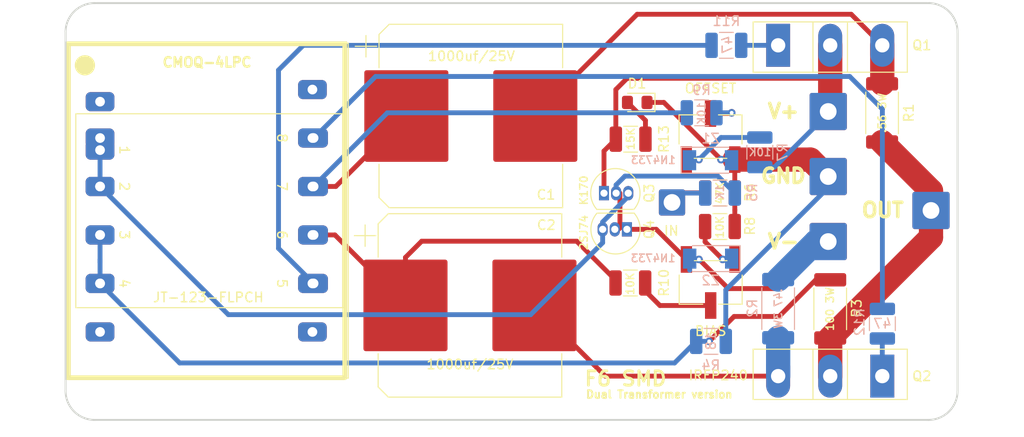
<source format=kicad_pcb>
(kicad_pcb (version 20211014) (generator pcbnew)
  (layers (0 "F.Cu" signal) (31 "B.Cu" signal) (34 "B.Paste" user) (35 "F.Paste" user) (36 "B.SilkS" user "B.Silkscreen") (37 "F.SilkS" user "F.Silkscreen") (38 "B.Mask" user) (39 "F.Mask" user) (44 "Edge.Cuts" user))
  (net 0 "")
  (net 1 "Net-(+23V1-Pad1)")
  (net 2 "Net-(-23V1-Pad1)")
  (net 3 "7")
  (net 4 "Net-(C1-Pad2)")
  (net 5 "6")
  (net 6 "Net-(C2-Pad2)")
  (net 7 "GND")
  (net 8 "Net-(D1-Pad2)")
  (net 9 "Net-(OUT1-Pad1)")
  (net 10 "Net-(P1-Pad1)")
  (net 11 "Net-(P1-Pad2)")
  (net 12 "Net-(P2-Pad1)")
  (net 13 "Net-(P2-Pad2)")
  (net 14 "Net-(Q1-Pad1)")
  (net 15 "Net-(Q2-Pad1)")
  (net 16 "Net-(Q3-Pad2)")
  (net 17 "/1")
  (net 18 "Net-(R3-Pad1)")
  (net 19 "Net-(R5-Pad1)")
  (net 20 "5")
  (net 21 "8")
  (footprint "Connector_Wire:SolderWire-1sqmm_1x01_D1.4mm_OD3.9mm" (layer "F.Cu") (at 155.13 108.52 180)
    (fp_text reference "V+" (at 4.697473 0.03) (layer "F.SilkS") (effects (font (size 1.5 1.5) (thickness 0.375))))
    (fp_text value "+23V")
    (pad "1" thru_hole roundrect locked (at 0 0 180) (size 3.9 3.9) (drill 1.75) (layers *.Cu *.Mask) (roundrect_rratio 0.064103) (net 1 "Net-(+23V1-Pad1)"))
  )
  (footprint "Connector_Wire:SolderWire-1sqmm_1x01_D1.4mm_OD3.9mm" (layer "F.Cu") (at 165.889362 118.89 180)
    (fp_text reference "OUT" (at 5.053518 0.03) (layer "F.SilkS") (effects (font (size 1.5 1.5) (thickness 0.375))))
    (fp_text value "OUT")
    (pad "1" thru_hole roundrect locked (at 0 0 180) (size 3.9 3.9) (drill 1.75) (layers *.Cu *.Mask) (roundrect_rratio 0.064103) (net 9 "Net-(OUT1-Pad1)"))
  )
  (footprint "Potentiometer_SMD:Potentiometer_Bourns_3269W_Vertical" (layer "F.Cu") (at 142.810962 111.145391 180)
    (fp_text reference "OFFSET" (at 0.000962 5.045391) (layer "F.SilkS"))
    (fp_text value "R_Potentiometer_US")
    (fp_line (start -3.295 -0.779) (end -3.295 2.275) (layer "F.SilkS") (width 0.12))
    (fp_line (start -3.295 2.275) (end -0.835 2.275) (layer "F.SilkS") (width 0.12))
    (fp_line (start -1.705 -2.285) (end 1.705 -2.285) (layer "F.SilkS") (width 0.12))
    (fp_line (start 0.835 2.275) (end 3.295 2.275) (layer "F.SilkS") (width 0.12))
    (fp_line (start 3.295 -0.779) (end 3.295 2.275) (layer "F.SilkS") (width 0.12))
    (pad "1" smd rect locked (at 2.54 -2.415 180) (size 1.19 2.79) (layers "F.Cu" "F.Paste" "F.Mask") (net 10 "Net-(P1-Pad1)"))
    (pad "2" smd rect locked (at 0 2.415 180) (size 1.19 2.79) (layers "F.Cu" "F.Paste" "F.Mask") (net 11 "Net-(P1-Pad2)"))
    (pad "3" smd rect locked (at -2.54 -2.415 180) (size 1.19 2.79) (layers "F.Cu" "F.Paste" "F.Mask") (net 7 "GND"))
  )
  (footprint "Package_TO_SOT_THT:TO-247-3_Vertical" (layer "F.Cu") (at 160.79 136.25 180)
    (fp_text reference "Q2" (at -4.137811 -0.01 180) (layer "F.SilkS"))
    (fp_text value "IRFP240" (at 17.17 0.08) (layer "F.SilkS"))
    (fp_line (start 7.255 -2.451) (end 7.255 2.82) (layer "F.SilkS") (width 0.12))
    (fp_line (start 13.52 -2.451) (end 13.52 2.82) (layer "F.SilkS") (width 0.12))
    (fp_line (start 3.646 -2.451) (end 3.646 2.82) (layer "F.SilkS") (width 0.12))
    (fp_line (start -2.62 -2.451) (end -2.62 2.82) (layer "F.SilkS") (width 0.12))
    (fp_line (start -2.62 -2.451) (end 13.52 -2.451) (layer "F.SilkS") (width 0.12))
    (fp_line (start -2.62 2.82) (end 13.52 2.82) (layer "F.SilkS") (width 0.12))
    (pad "1" thru_hole rect locked (at 0 0 180) (size 2.5 4.5) (drill 1.5) (layers *.Cu *.Mask) (net 15 "Net-(Q2-Pad1)"))
    (pad "2" thru_hole oval locked (at 5.45 0 180) (size 2.5 4.5) (drill 1.5) (layers *.Cu *.Mask) (net 9 "Net-(OUT1-Pad1)"))
    (pad "3" thru_hole oval locked (at 10.9 0 180) (size 2.5 4.5) (drill 1.5) (layers *.Cu *.Mask) (net 6 "Net-(C2-Pad2)"))
  )
  (footprint "Custom Library:JT-123-FLPCH" (layer "F.Cu") (at 90.34 118.91625 -90)
    (fp_text reference "T1" hide)
    (fp_text value "JT-123-FLPCH")
    (fp_text user "2" (at -2.54 8.89 -90 unlocked) (layer "F.SilkS"))
    (fp_text user "JT-123-FLPCH" (at 9.081076 0.09 unlocked) (layer "F.SilkS"))
    (fp_text user "5" (at 7.62 -7.62 -90 unlocked) (layer "F.SilkS"))
    (fp_text user "6" (at 2.54 -7.62 -90 unlocked) (layer "F.SilkS"))
    (fp_text user "1" (at -6.35 8.89 -90 unlocked) (layer "F.SilkS"))
    (fp_text user "8" (at -7.62 -7.62 -90 unlocked) (layer "F.SilkS"))
    (fp_text user "7" (at -2.54 -7.62 -90 unlocked) (layer "F.SilkS"))
    (fp_text user "4" (at 7.62 8.89 -90 unlocked) (layer "F.SilkS"))
    (fp_text user "3" (at 2.54 8.89 -90 unlocked) (layer "F.SilkS"))
    (fp_rect (start -17.55 14.55) (end 17.55 -14.55) (layer "F.SilkS") (width 0.12) (fill none))
    (fp_rect (start 10.16 13.97) (end -10.16 -13.97) (layer "F.SilkS") (width 0.12) (fill none))
    (pad "1" thru_hole roundrect locked (at -6.35 11.43 270) (size 2 3) (drill 1.016) (layers *.Cu *.Mask) (net 17 "/1"))
    (pad "2" thru_hole roundrect locked (at -2.54 11.43 270) (size 2 3) (drill 1.016) (layers *.Cu *.Mask) (net 17 "/1"))
    (pad "3" thru_hole roundrect locked (at 2.54 11.43 270) (size 2 3) (drill 1.016) (layers *.Cu *.Mask) (net 18 "Net-(R3-Pad1)"))
    (pad "4" thru_hole roundrect locked (at 7.62 11.43 270) (size 2 3) (drill 1.016) (layers *.Cu *.Mask) (net 18 "Net-(R3-Pad1)"))
    (pad "5" thru_hole roundrect locked (at 7.62 -10.922 270) (size 2 3) (drill 1.016) (layers *.Cu *.Mask) (net 20 "5"))
    (pad "6" thru_hole roundrect locked (at 2.54 -10.922 270) (size 2 3) (drill 1.016) (layers *.Cu *.Mask) (net 5 "6"))
    (pad "7" thru_hole roundrect locked (at -2.54 -10.922 270) (size 2 3) (drill 1.016) (layers *.Cu *.Mask) (net 3 "7"))
    (pad "8" thru_hole roundrect locked (at -7.62 -10.922 270) (size 2 3) (drill 1.016) (layers *.Cu *.Mask) (net 21 "8"))
  )
  (footprint "Connector_Wire:SolderWire-1sqmm_1x01_D1.4mm_OD3.9mm" (layer "F.Cu") (at 155.13 122.15 180)
    (fp_text reference "V-" (at 4.697473 0.01) (layer "F.SilkS") (effects (font (size 1.5 1.5) (thickness 0.375))))
    (fp_text value "-23V")
    (pad "1" thru_hole roundrect locked (at 0 0 180) (size 3.9 3.9) (drill 1.75) (layers *.Cu *.Mask) (roundrect_rratio 0.064103) (net 2 "Net-(-23V1-Pad1)"))
  )
  (footprint "Connector_Wire:SolderWire-1sqmm_1x01_D1.4mm_OD2.7mm" (layer "F.Cu") (at 138.78 118.05 180)
    (fp_text reference "IN" (at 0.068046 -2.980974) (layer "F.SilkS"))
    (fp_text value "SG IN")
    (pad "1" thru_hole roundrect locked (at 0 0 180) (size 2.75 2.75) (drill 1.75) (layers *.Cu *.Mask) (roundrect_rratio 0.090909) (net 19 "Net-(R5-Pad1)"))
  )
  (footprint "MountingHole:MountingHole_2.2mm_M2" (layer "F.Cu") (at 166.15 138.627795)
    (fp_text reference "REF**" hide)
    (fp_text value "MountingHole_2.2mm_M2")
    (pad "" np_thru_hole circle locked (at 0 0) (size 2.2 2.2) (drill 2.2) (layers *.Cu *.Mask))
  )
  (footprint "LED_SMD:LED_0805_2012Metric_Pad1.15x1.40mm_HandSolder" (layer "F.Cu") (at 135.138769 107.57 180)
    (fp_text reference "D1" (at 0.018391 1.976) (layer "F.SilkS"))
    (fp_text value "LED")
    (fp_line (start 1 -0.96) (end -1.86 -0.96) (layer "F.SilkS") (width 0.12))
    (fp_line (start -1.86 -0.96) (end -1.86 0.96) (layer "F.SilkS") (width 0.12))
    (fp_line (start -1.86 0.96) (end 1 0.96) (layer "F.SilkS") (width 0.12))
    (pad "1" smd roundrect locked (at -1.025 0 180) (size 1.15 1.4) (layers "F.Cu" "F.Paste" "F.Mask") (roundrect_rratio 0.217391) (net 7 "GND"))
    (pad "2" smd roundrect locked (at 1.025 0 180) (size 1.15 1.4) (layers "F.Cu" "F.Paste" "F.Mask") (roundrect_rratio 0.217391) (net 8 "Net-(D1-Pad2)"))
  )
  (footprint "MountingHole:MountingHole_2.2mm_M2" (layer "F.Cu") (at 77.918758 99.31)
    (fp_text reference "REF**" hide)
    (fp_text value "MountingHole_2.2mm_M2")
    (pad "" np_thru_hole circle locked (at 0 0) (size 2.2 2.2) (drill 2.2) (layers *.Cu *.Mask))
  )
  (footprint "Resistor_SMD:R_1210_3225Metric_Pad1.30x2.65mm_HandSolder" (layer "F.Cu") (at 143.793909 120.577109)
    (fp_text reference "R8" (at 3.149728 -0.047109 90) (layer "F.SilkS"))
    (fp_text value "10K" (at -0.003909 0.07369 90) (layer "F.SilkS") (effects (font (size 0.8 0.8))))
    (fp_line (start -0.723737 1.355) (end 0.723737 1.355) (layer "F.SilkS") (width 0.12))
    (fp_line (start -0.723737 -1.355) (end 0.723737 -1.355) (layer "F.SilkS") (width 0.12))
    (pad "1" smd roundrect locked (at -1.55 0) (size 1.3 2.65) (layers "F.Cu" "F.Paste" "F.Mask") (roundrect_rratio 0.192308) (net 12 "Net-(P2-Pad1)"))
    (pad "2" smd roundrect locked (at 1.55 0) (size 1.3 2.65) (layers "F.Cu" "F.Paste" "F.Mask") (roundrect_rratio 0.192308) (net 7 "GND"))
  )
  (footprint "MountingHole:MountingHole_2.2mm_M2" (layer "F.Cu") (at 166.15 99.33)
    (fp_text reference "REF**" hide)
    (fp_text value "MountingHole_2.2mm_M2")
    (pad "" np_thru_hole circle locked (at 0 0) (size 2.2 2.2) (drill 2.2) (layers *.Cu *.Mask))
  )
  (footprint "Resistor_SMD:R_1210_3225Metric_Pad1.30x2.65mm_HandSolder" (layer "F.Cu") (at 143.803909 117.047109 180)
    (fp_text reference "R6" (at -3.139728 0.037109 270) (layer "F.SilkS"))
    (fp_text value "47K" (at 0 -0.01743 90) (layer "F.SilkS") (effects (font (size 0.8 0.8))))
    (fp_line (start -0.723737 -1.355) (end 0.723737 -1.355) (layer "F.SilkS") (width 0.12))
    (fp_line (start -0.723737 1.355) (end 0.723737 1.355) (layer "F.SilkS") (width 0.12))
    (pad "1" smd roundrect locked (at -1.55 0 180) (size 1.3 2.65) (layers "F.Cu" "F.Paste" "F.Mask") (roundrect_rratio 0.192308) (net 7 "GND"))
    (pad "2" smd roundrect locked (at 1.55 0 180) (size 1.3 2.65) (layers "F.Cu" "F.Paste" "F.Mask") (roundrect_rratio 0.192308) (net 19 "Net-(R5-Pad1)"))
  )
  (footprint "Potentiometer_SMD:Potentiometer_Bourns_3269W_Vertical" (layer "F.Cu") (at 142.828412 126.437109)
    (fp_text reference "BIAS" (at 0.001588 5.082891) (layer "F.SilkS"))
    (fp_text value "R_Potentiometer_US")
    (fp_line (start 3.295 -0.779) (end 3.295 2.275) (layer "F.SilkS") (width 0.12))
    (fp_line (start -3.295 -0.779) (end -3.295 2.275) (layer "F.SilkS") (width 0.12))
    (fp_line (start -3.295 2.275) (end -0.835 2.275) (layer "F.SilkS") (width 0.12))
    (fp_line (start 0.835 2.275) (end 3.295 2.275) (layer "F.SilkS") (width 0.12))
    (fp_line (start -1.705 -2.285) (end 1.705 -2.285) (layer "F.SilkS") (width 0.12))
    (pad "1" smd rect locked (at 2.54 -2.415) (size 1.19 2.79) (layers "F.Cu" "F.Paste" "F.Mask") (net 12 "Net-(P2-Pad1)"))
    (pad "2" smd rect locked (at 0 2.415) (size 1.19 2.79) (layers "F.Cu" "F.Paste" "F.Mask") (net 13 "Net-(P2-Pad2)"))
    (pad "3" smd rect locked (at -2.54 -2.415) (size 1.19 2.79) (layers "F.Cu" "F.Paste" "F.Mask") (net 2 "Net-(-23V1-Pad1)"))
  )
  (footprint "Capacitor_SMD:CP_Elec_18x17.5" (layer "F.Cu") (at 117.72 108.9925)
    (fp_text reference "C1" (at 7.8725 8.25) (layer "F.SilkS"))
    (fp_text value "1000uf/25V" (at 0.0625 -6.27) (layer "F.SilkS"))
    (fp_line (start -9.61 8.545563) (end -8.545563 9.61) (layer "F.SilkS") (width 0.12))
    (fp_line (start -8.545563 9.61) (end 9.61 9.61) (layer "F.SilkS") (width 0.12))
    (fp_line (start -10.975 -8.435) (end -10.975 -6.185) (layer "F.SilkS") (width 0.12))
    (fp_line (start -9.61 -8.545563) (end -8.545563 -9.61) (layer "F.SilkS") (width 0.12))
    (fp_line (start 9.61 -9.61) (end 9.61 -5.06) (layer "F.SilkS") (width 0.12))
    (fp_line (start -9.61 8.545563) (end -9.61 5.06) (layer "F.SilkS") (width 0.12))
    (fp_line (start -8.545563 -9.61) (end 9.61 -9.61) (layer "F.SilkS") (width 0.12))
    (fp_line (start -9.61 -8.545563) (end -9.61 -5.06) (layer "F.SilkS") (width 0.12))
    (fp_line (start 9.61 9.61) (end 9.61 5.06) (layer "F.SilkS") (width 0.12))
    (fp_line (start -12.1 -7.31) (end -9.85 -7.31) (layer "F.SilkS") (width 0.12))
    (pad "1" smd roundrect locked (at -6.75 0) (size 8.8 9.6) (layers "F.Cu" "F.Paste" "F.Mask") (roundrect_rratio 0.028409) (net 3 "7"))
    (pad "2" smd roundrect locked (at 6.75 0) (size 8.8 9.6) (layers "F.Cu" "F.Paste" "F.Mask") (roundrect_rratio 0.028409) (net 4 "Net-(C1-Pad2)"))
  )
  (footprint "Package_TO_SOT_THT:TO-92L_Inline" (layer "F.Cu") (at 134.06 120.869217 180)
    (fp_text reference "Q4" (at -2.34 -0.010783 90) (layer "F.SilkS"))
    (fp_text value "2SJ74" (at 4.51 -0.335712 90) (layer "F.SilkS") (effects (font (size 0.8 0.8))))
    (fp_line (start -0.75 1.7) (end 3.1 1.7) (layer "F.SilkS") (width 0.12))
    (fp_arc (start -0.75 1.7) (mid 1.183448 -2.579449) (end 3.138611 1.690122) (layer "F.SilkS") (width 0.12))
    (pad "1" thru_hole rect locked (at 0 0 180) (size 1.05 1.5) (drill 0.75) (layers *.Cu *.Mask) (net 2 "Net-(-23V1-Pad1)"))
    (pad "2" thru_hole oval locked (at 1.27 0 180) (size 1.05 1.5) (drill 0.75) (layers *.Cu *.Mask) (net 16 "Net-(Q3-Pad2)"))
    (pad "3" thru_hole oval locked (at 2.54 0 180) (size 1.05 1.5) (drill 0.75) (layers *.Cu *.Mask) (net 17 "/1"))
  )
  (footprint "Package_TO_SOT_THT:TO-92L_Inline" (layer "F.Cu") (at 131.66 117.079217)
    (fp_text reference "Q3" (at 4.74 0.000783 90) (layer "F.SilkS"))
    (fp_text value "K170" (at -2.11 -0.298213 90) (layer "F.SilkS") (effects (font (size 0.8 0.8))))
    (fp_line (start -0.75 1.7) (end 3.1 1.7) (layer "F.SilkS") (width 0.12))
    (fp_arc (start -0.75 1.7) (mid 1.183448 -2.579449) (end 3.138611 1.690122) (layer "F.SilkS") (width 0.12))
    (pad "1" thru_hole rect locked (at 0 0) (size 1.05 1.5) (drill 0.75) (layers *.Cu *.Mask) (net 1 "Net-(+23V1-Pad1)"))
    (pad "2" thru_hole oval locked (at 1.27 0) (size 1.05 1.5) (drill 0.75) (layers *.Cu *.Mask) (net 16 "Net-(Q3-Pad2)"))
    (pad "3" thru_hole oval locked (at 2.54 0) (size 1.05 1.5) (drill 0.75) (layers *.Cu *.Mask) (net 17 "/1"))
  )
  (footprint "MountingHole:MountingHole_2.2mm_M2" (layer "F.Cu") (at 77.918758 138.607795)
    (fp_text reference "REF**" hide)
    (fp_text value "MountingHole_2.2mm_M2")
    (pad "" np_thru_hole circle locked (at 0 0) (size 2.2 2.2) (drill 2.2) (layers *.Cu *.Mask))
  )
  (footprint "Resistor_SMD:R_2512_6332Metric_Pad1.40x3.35mm_HandSolder" (layer "F.Cu") (at 155.34 129.20625 -90)
    (fp_text reference "R3" (at -0.06625 -2.773251 90) (layer "F.SilkS"))
    (fp_text value "100 3W" (at 0 0.025162 90) (layer "F.SilkS") (effects (font (size 0.8 0.8))))
    (fp_line (start -2.177064 -1.71) (end 2.177064 -1.71) (layer "F.SilkS") (width 0.12))
    (fp_line (start -2.177064 1.71) (end 2.177064 1.71) (layer "F.SilkS") (width 0.12))
    (pad "1" smd roundrect locked (at -3.05 0 270) (size 1.4 3.35) (layers "F.Cu" "F.Paste" "F.Mask") (roundrect_rratio 0.178571) (net 18 "Net-(R3-Pad1)"))
    (pad "2" smd roundrect locked (at 3.05 0 270) (size 1.4 3.35) (layers "F.Cu" "F.Paste" "F.Mask") (roundrect_rratio 0.178571) (net 9 "Net-(OUT1-Pad1)"))
  )
  (footprint "Custom Library:Cinemag_CMOQ-4LPC" (layer "F.Cu") (at 90.025 118.92 -90)
    (fp_text reference "REF**" hide)
    (fp_text value "CMOQ-4LPC" hide)
    (fp_text user "CMOQ-4LPC" (at -15.55 -0.08 unlocked) (layer "F.SilkS") (effects (font (thickness 0.25))))
    (fp_rect (start -17.5 -14.5) (end 17.5 14.5) (layer "F.SilkS") (width 0.5) (fill none))
    (fp_circle (center -15.24 12.7) (end -14.24 12.7) (layer "F.SilkS") (width 0.12) (fill solid))
    (pad "1" thru_hole roundrect (at -11.43 11.115 270) (size 2 3) (drill 1.016) (layers *.Cu *.Mask))
    (pad "2" thru_hole roundrect (at -7.62 11.115 270) (size 2 3) (drill 1.016) (layers *.Cu *.Mask) (net 17 "/1"))
    (pad "3" thru_hole roundrect (at -2.54 11.115 270) (size 2 3) (drill 1.016) (layers *.Cu *.Mask) (net 17 "/1"))
    (pad "4" thru_hole roundrect (at 2.54 11.115 270) (size 2 3) (drill 1.016) (layers *.Cu *.Mask) (net 18 "Net-(R3-Pad1)"))
    (pad "5" thru_hole roundrect (at 7.62 11.115 270) (size 2 3) (drill 1.016) (layers *.Cu *.Mask) (net 18 "Net-(R3-Pad1)"))
    (pad "6" thru_hole roundrect (at 12.7 11.115 270) (size 2 3) (drill 1.016) (layers *.Cu *.Mask))
    (pad "7" thru_hole roundrect (at 12.7 -11.115 270) (size 2 3) (drill 1.016) (layers *.Cu *.Mask))
    (pad "8" thru_hole roundrect (at 7.62 -11.115 270) (size 2 3) (drill 1.016) (layers *.Cu *.Mask))
    (pad "9" thru_hole roundrect (at 2.54 -11.115 270) (size 2 3) (drill 1.016) (layers *.Cu *.Mask))
    (pad "10" thru_hole roundrect (at -2.54 -11.115 270) (size 2 3) (drill 1.016) (layers *.Cu *.Mask))
    (pad "11" thru_hole roundrect (at -7.62 -11.115 270) (size 2 3) (drill 1.016) (layers *.Cu *.Mask) (net 21 "8"))
    (pad "12" thru_hole roundrect (at -12.7 -11.115 270) (size 2 3) (drill 1.016) (layers *.Cu *.Mask))
  )
  (footprint "Resistor_SMD:R_1210_3225Metric_Pad1.30x2.65mm_HandSolder" (layer "F.Cu") (at 134.42 126.49107)
    (fp_text reference "R10" (at 3.51 -0.02107 90) (layer "F.SilkS"))
    (fp_text value "10K" (at -0.013909 0.080614 90) (layer "F.SilkS") (effects (font (size 0.8 0.8))))
    (fp_line (start -0.723737 -1.355) (end 0.723737 -1.355) (layer "F.SilkS") (width 0.12))
    (fp_line (start -0.723737 1.355) (end 0.723737 1.355) (layer "F.SilkS") (width 0.12))
    (pad "1" smd roundrect locked (at -1.55 0) (size 1.3 2.65) (layers "F.Cu" "F.Paste" "F.Mask") (roundrect_rratio 0.192308) (net 5 "6"))
    (pad "2" smd roundrect locked (at 1.55 0) (size 1.3 2.65) (layers "F.Cu" "F.Paste" "F.Mask") (roundrect_rratio 0.192308) (net 13 "Net-(P2-Pad2)"))
  )
  (footprint "Connector_Wire:SolderWire-1sqmm_1x01_D1.4mm_OD3.9mm" (layer "F.Cu") (at 155.13 115.335 180)
    (fp_text reference "GND" (at 4.697473 0.065) (layer "F.SilkS") (effects (font (size 1.5 1.5) (thickness 0.375))))
    (fp_text value "GND")
    (pad "1" thru_hole roundrect locked (at 0 0 180) (size 3.9 3.9) (drill 1.75) (layers *.Cu *.Mask) (roundrect_rratio 0.064103) (net 7 "GND"))
  )
  (footprint "Resistor_SMD:R_1210_3225Metric_Pad1.30x2.65mm_HandSolder" (layer "F.Cu") (at 134.45 111.42)
    (fp_text reference "R13" (at 3.48 -0.01 90) (layer "F.SilkS"))
    (fp_text value "15K" (at 0 -0.028405 90) (layer "F.SilkS") (effects (font (size 0.8 0.8))))
    (fp_line (start -0.723737 1.355) (end 0.723737 1.355) (layer "F.SilkS") (width 0.12))
    (fp_line (start -0.723737 -1.355) (end 0.723737 -1.355) (layer "F.SilkS") (width 0.12))
    (pad "1" smd roundrect locked (at -1.55 0) (size 1.3 2.65) (layers "F.Cu" "F.Paste" "F.Mask") (roundrect_rratio 0.192308) (net 1 "Net-(+23V1-Pad1)"))
    (pad "2" smd roundrect locked (at 1.55 0) (size 1.3 2.65) (layers "F.Cu" "F.Paste" "F.Mask") (roundrect_rratio 0.192308) (net 8 "Net-(D1-Pad2)"))
  )
  (footprint "Resistor_SMD:R_2512_6332Metric_Pad1.40x3.35mm_HandSolder" (layer "F.Cu") (at 160.77 108.66625 90)
    (fp_text reference "R1" (at 0 2.794 90) (layer "F.SilkS"))
    (fp_text value ".56 3W" (at 0 0.004523 90) (layer "F.SilkS") (effects (font (size 0.8 0.8))))
    (fp_line (start -2.177064 1.71) (end 2.177064 1.71) (layer "F.SilkS") (width 0.12))
    (fp_line (start -2.177064 -1.71) (end 2.177064 -1.71) (layer "F.SilkS") (width 0.12))
    (pad "1" smd roundrect locked (at -3.05 0 90) (size 1.4 3.35) (layers "F.Cu" "F.Paste" "F.Mask") (roundrect_rratio 0.178571) (net 9 "Net-(OUT1-Pad1)"))
    (pad "2" smd roundrect locked (at 3.05 0 90) (size 1.4 3.35) (layers "F.Cu" "F.Paste" "F.Mask") (roundrect_rratio 0.178571) (net 4 "Net-(C1-Pad2)"))
  )
  (footprint "Capacitor_SMD:CP_Elec_18x17.5" (layer "F.Cu") (at 117.63 128.84)
    (fp_text reference "C2" (at 7.99 -8.42) (layer "F.SilkS"))
    (fp_text value "1000uf/25V" (at 0 6.18) (layer "F.SilkS"))
    (fp_line (start -8.545563 -9.61) (end 9.61 -9.61) (layer "F.SilkS") (width 0.12))
    (fp_line (start -9.61 8.545563) (end -8.545563 9.61) (layer "F.SilkS") (width 0.12))
    (fp_line (start -8.545563 9.61) (end 9.61 9.61) (layer "F.SilkS") (width 0.12))
    (fp_line (start -9.61 -8.545563) (end -8.545563 -9.61) (layer "F.SilkS") (width 0.12))
    (fp_line (start -12.1 -7.31) (end -9.85 -7.31) (layer "F.SilkS") (width 0.12))
    (fp_line (start 9.61 9.61) (end 9.61 5.06) (layer "F.SilkS") (width 0.12))
    (fp_line (start -9.61 8.545563) (end -9.61 5.06) (layer "F.SilkS") (width 0.12))
    (fp_line (start -9.61 -8.545563) (end -9.61 -5.06) (layer "F.SilkS") (width 0.12))
    (fp_line (start 9.61 -9.61) (end 9.61 -5.06) (layer "F.SilkS") (width 0.12))
    (fp_line (start -10.975 -8.435) (end -10.975 -6.185) (layer "F.SilkS") (width 0.12))
    (pad "1" smd roundrect locked (at -6.75 0) (size 8.8 9.6) (layers "F.Cu" "F.Paste" "F.Mask") (roundrect_rratio 0.028409) (net 5 "6"))
    (pad "2" smd roundrect locked (at 6.75 0) (size 8.8 9.6) (layers "F.Cu" "F.Paste" "F.Mask") (roundrect_rratio 0.028409) (net 6 "Net-(C2-Pad2)"))
  )
  (footprint "Package_TO_SOT_THT:TO-247-3_Vertical" (layer "F.Cu") (at 149.89 101.5825)
    (fp_text reference "Q1" (at 15.037811 -0.0025 180) (layer "F.SilkS"))
    (fp_text value "IRFP240" hide)
    (fp_line (start -2.62 2.82) (end 13.52 2.82) (layer "F.SilkS") (width 0.12))
    (fp_line (start 13.52 -2.451) (end 13.52 2.82) (layer "F.SilkS") (width 0.12))
    (fp_line (start -2.62 -2.451) (end 13.52 -2.451) (layer "F.SilkS") (width 0.12))
    (fp_line (start -2.62 -2.451) (end -2.62 2.82) (layer "F.SilkS") (width 0.12))
    (fp_line (start 7.255 -2.451) (end 7.255 2.82) (layer "F.SilkS") (width 0.12))
    (fp_line (start 3.646 -2.451) (end 3.646 2.82) (layer "F.SilkS") (width 0.12))
    (pad "1" thru_hole rect locked (at 0 0) (size 2.5 4.5) (drill 1.5) (layers *.Cu *.Mask) (net 14 "Net-(Q1-Pad1)"))
    (pad "2" thru_hole oval locked (at 5.45 0) (size 2.5 4.5) (drill 1.5) (layers *.Cu *.Mask) (net 1 "Net-(+23V1-Pad1)"))
    (pad "3" thru_hole oval locked (at 10.9 0) (size 2.5 4.5) (drill 1.5) (layers *.Cu *.Mask) (net 4 "Net-(C1-Pad2)"))
  )
  (footprint "Resistor_SMD:R_1210_3225Metric_Pad1.30x2.65mm_HandSolder" (layer "B.Cu") (at 160.8 130.75625 90)
    (fp_text reference "R12" (at 0.164 -2.392 90) (layer "B.SilkS") (effects (justify mirror)))
    (fp_text value "47" (at 0.00625 0.013337 180) (layer "B.SilkS") (effects (justify mirror)))
    (fp_line (start -0.723737 1.355) (end 0.723737 1.355) (layer "B.SilkS") (width 0.12))
    (fp_line (start -0.723737 -1.355) (end 0.723737 -1.355) (layer "B.SilkS") (width 0.12))
    (pad "1" smd roundrect locked (at -1.55 0 90) (size 1.3 2.65) (layers "B.Cu" "B.Paste" "B.Mask") (roundrect_rratio 0.192308) (net 15 "Net-(Q2-Pad1)"))
    (pad "2" smd roundrect locked (at 1.55 0 90) (size 1.3 2.65) (layers "B.Cu" "B.Paste" "B.Mask") (roundrect_rratio 0.192308) (net 21 "8"))
  )
  (footprint "Resistor_SMD:R_1210_3225Metric_Pad1.30x2.65mm_HandSolder" (layer "B.Cu") (at 141.880962 108.655391 180)
    (fp_text reference "R9" (at 0.010962 2.381635) (layer "B.SilkS") (effects (justify mirror)))
    (fp_text value "10K" (at 0.010962 -0.079104 90) (layer "B.SilkS") (effects (font (size 0.8 0.8)) (justify mirror)))
    (fp_line (start -0.723737 -1.355) (end 0.723737 -1.355) (layer "B.SilkS") (width 0.12))
    (fp_line (start -0.723737 1.355) (end 0.723737 1.355) (layer "B.SilkS") (width 0.12))
    (pad "1" smd roundrect locked (at -1.55 0 180) (size 1.3 2.65) (layers "B.Cu" "B.Paste" "B.Mask") (roundrect_rratio 0.192308) (net 11 "Net-(P1-Pad2)"))
    (pad "2" smd roundrect locked (at 1.55 0 180) (size 1.3 2.65) (layers "B.Cu" "B.Paste" "B.Mask") (roundrect_rratio 0.192308) (net 3 "7"))
  )
  (footprint "Resistor_SMD:R_1210_3225Metric_Pad1.30x2.65mm_HandSolder" (layer "B.Cu") (at 143.803909 117.067109)
    (fp_text reference "R5" (at 3.376091 -0.047109 90) (layer "B.SilkS") (effects (justify mirror)))
    (fp_text value "1K" (at -0.003909 -0.08329 90) (layer "B.SilkS") (effects (font (size 0.8 0.8)) (justify mirror)))
    (fp_line (start -0.723737 1.355) (end 0.723737 1.355) (layer "B.SilkS") (width 0.12))
    (fp_line (start -0.723737 -1.355) (end 0.723737 -1.355) (layer "B.SilkS") (width 0.12))
    (pad "1" smd roundrect locked (at -1.55 0) (size 1.3 2.65) (layers "B.Cu" "B.Paste" "B.Mask") (roundrect_rratio 0.192308) (net 19 "Net-(R5-Pad1)"))
    (pad "2" smd roundrect locked (at 1.55 0) (size 1.3 2.65) (layers "B.Cu" "B.Paste" "B.Mask") (roundrect_rratio 0.192308) (net 16 "Net-(Q3-Pad2)"))
  )
  (footprint "Diode_SMD:D_SOD-128" (layer "B.Cu") (at 142.828412 123.937109 180)
    (fp_text reference "Z2" (at 0.008412 -2.282891) (layer "B.SilkS") (effects (justify mirror)))
    (fp_text value "1N4733" (at 6.025376 0.037109) (layer "B.SilkS") (effects (font (size 0.8 0.8)) (justify mirror)))
    (fp_line (start -3.08 1.36) (end -3.08 -1.36) (layer "B.SilkS") (width 0.12))
    (fp_line (start -3.08 -1.36) (end 1.9 -1.36) (layer "B.SilkS") (width 0.12))
    (fp_line (start -3.08 1.36) (end 1.9 1.36) (layer "B.SilkS") (width 0.12))
    (pad "1" smd rect locked (at -2.2 0 180) (size 1.4 2.1) (layers "B.Cu" "B.Paste" "B.Mask") (net 12 "Net-(P2-Pad1)"))
    (pad "2" smd rect locked (at 2.2 0 180) (size 1.4 2.1) (layers "B.Cu" "B.Paste" "B.Mask") (net 2 "Net-(-23V1-Pad1)"))
  )
  (footprint "Resistor_SMD:R_1210_3225Metric_Pad1.30x2.65mm_HandSolder" (layer "B.Cu") (at 142.86 132.61 180)
    (fp_text reference "R4" (at 0.01 -2.501649) (layer "B.SilkS") (effects (justify mirror)))
    (fp_text value "18" (at 0 0.030415 90) (layer "B.SilkS") (effects (justify mirror)))
    (fp_line (start -0.723737 1.355) (end 0.723737 1.355) (layer "B.SilkS") (width 0.12))
    (fp_line (start -0.723737 -1.355) (end 0.723737 -1.355) (layer "B.SilkS") (width 0.12))
    (pad "1" smd roundrect locked (at -1.55 0 180) (size 1.3 2.65) (layers "B.Cu" "B.Paste" "B.Mask") (roundrect_rratio 0.192308) (net 7 "GND"))
    (pad "2" smd roundrect locked (at 1.55 0 180) (size 1.3 2.65) (layers "B.Cu" "B.Paste" "B.Mask") (roundrect_rratio 0.192308) (net 18 "Net-(R3-Pad1)"))
  )
  (footprint "Resistor_SMD:R_1210_3225Metric_Pad1.30x2.65mm_HandSolder" (layer "B.Cu") (at 147.972747 112.795391 90)
    (fp_text reference "R7" (at 0.005391 2.373804 90) (layer "B.SilkS") (effects (justify mirror)))
    (fp_text value "10K" (at 0.005391 0.019305 180) (layer "B.SilkS") (effects (font (size 0.8 0.8)) (justify mirror)))
    (fp_line (start -0.723737 -1.355) (end 0.723737 -1.355) (layer "B.SilkS") (width 0.12))
    (fp_line (start -0.723737 1.355) (end 0.723737 1.355) (layer "B.SilkS") (width 0.12))
    (pad "1" smd roundrect locked (at -1.55 0 90) (size 1.3 2.65) (layers "B.Cu" "B.Paste" "B.Mask") (roundrect_rratio 0.192308) (net 1 "Net-(+23V1-Pad1)"))
    (pad "2" smd roundrect locked (at 1.55 0 90) (size 1.3 2.65) (layers "B.Cu" "B.Paste" "B.Mask") (roundrect_rratio 0.192308) (net 10 "Net-(P1-Pad1)"))
  )
  (footprint "Diode_SMD:D_SOD-128" (layer "B.Cu") (at 142.810962 113.625391)
    (fp_text reference "Z1" (at -0.000962 -2.275391) (layer "B.SilkS") (effects (justify mirror)))
    (fp_text value "1N4733" (at -5.993653 -0.015391) (layer "B.SilkS") (effects (font (size 0.8 0.8)) (justify mirror)))
    (fp_line (start -3.08 1.36) (end 1.9 1.36) (layer "B.SilkS") (width 0.12))
    (fp_line (start -3.08 1.36) (end -3.08 -1.36) (layer "B.SilkS") (width 0.12))
    (fp_line (start -3.08 -1.36) (end 1.9 -1.36) (layer "B.SilkS") (width 0.12))
    (pad "1" smd rect locked (at -2.2 0) (size 1.4 2.1) (layers "B.Cu" "B.Paste" "B.Mask") (net 10 "Net-(P1-Pad1)"))
    (pad "2" smd rect locked (at 2.2 0) (size 1.4 2.1) (layers "B.Cu" "B.Paste" "B.Mask") (net 7 "GND"))
  )
  (footprint "Resistor_SMD:R_1210_3225Metric_Pad1.30x2.65mm_HandSolder" (layer "B.Cu") (at 144.47 101.58625)
    (fp_text reference "R11" (at 0 -2.54) (layer "B.SilkS") (effects (justify mirror)))
    (fp_text value "47" (at 0.1 -0.06625 90) (layer "B.SilkS") (effects (justify mirror)))
    (fp_line (start -0.723737 1.355) (end 0.723737 1.355) (layer "B.SilkS") (width 0.12))
    (fp_line (start -0.723737 -1.355) (end 0.723737 -1.355) (layer "B.SilkS") (width 0.12))
    (pad "1" smd roundrect locked (at -1.55 0) (size 1.3 2.65) (layers "B.Cu" "B.Paste" "B.Mask") (roundrect_rratio 0.192308) (net 20 "5"))
    (pad "2" smd roundrect locked (at 1.55 0) (size 1.3 2.65) (layers "B.Cu" "B.Paste" "B.Mask") (roundrect_rratio 0.192308) (net 14 "Net-(Q1-Pad1)"))
  )
  (footprint "Resistor_SMD:R_2512_6332Metric_Pad1.40x3.35mm_HandSolder" (layer "B.Cu") (at 149.89 129.18 -90)
    (fp_text reference "R2" (at -0.05 2.701625 90) (layer "B.SilkS") (effects (justify mirror)))
    (fp_text value ".47 3W" (at 0 -0.016751 90) (layer "B.SilkS") (effects (font (size 0.8 0.8)) (justify mirror)))
    (fp_line (start -2.177064 1.71) (end 2.177064 1.71) (layer "B.SilkS") (width 0.12))
    (fp_line (start -2.177064 -1.71) (end 2.177064 -1.71) (layer "B.SilkS") (width 0.12))
    (pad "1" smd roundrect locked (at -3.05 0 270) (size 1.4 3.35) (layers "B.Cu" "B.Paste" "B.Mask") (roundrect_rratio 0.178571) (net 2 "Net-(-23V1-Pad1)"))
    (pad "2" smd roundrect locked (at 3.05 0 270) (size 1.4 3.35) (layers "B.Cu" "B.Paste" "B.Mask") (roundrect_rratio 0.178571) (net 6 "Net-(C2-Pad2)"))
  )
  (gr_line (start 165.63 140.84) (end 78.251331 140.839999) (layer "Edge.Cuts") (width 0.2))
  (gr_arc (start 168.669999 137.888669) (mid 167.748455 139.980769) (end 165.63 140.84) (layer "Edge.Cuts") (width 0.2))
  (gr_arc (start 165.720116 97.16) (mid 167.812216 98.081544) (end 168.671447 100.199999) (layer "Edge.Cuts") (width 0.2))
  (gr_arc (start 75.299887 100.111331) (mid 76.221431 98.019231) (end 78.339886 97.16) (layer "Edge.Cuts") (width 0.2))
  (gr_line (start 168.671447 100.199999) (end 168.669999 137.888669) (layer "Edge.Cuts") (width 0.2))
  (gr_line (start 78.339886 97.16) (end 165.720116 97.16) (layer "Edge.Cuts") (width 0.2))
  (gr_arc (start 78.251331 140.839999) (mid 76.159231 139.918455) (end 75.3 137.8) (layer "Edge.Cuts") (width 0.2))
  (gr_line (start 75.3 137.8) (end 75.299887 100.111331) (layer "Edge.Cuts") (width 0.2))
  (gr_text "Dual Transformer version" (at 137.44 138.17) (layer "F.SilkS") (effects (font (size 0.8 0.8) (thickness 0.2))))
  (gr_text "F6 SMD" (at 133.92 136.52) (layer "F.SilkS") (effects (font (size 1.5 1.5) (thickness 0.3))))
  (segment (start 131.66 112.66) (end 131.66 117.079217) (width 0.508) (layer "F.Cu") (net 1))
  (segment (start 132.9 111.42) (end 131.66 112.66) (width 0.508) (layer "F.Cu") (net 1))
  (segment (start 132.9 106.22) (end 132.9 111.42) (width 0.508) (layer "F.Cu") (net 1))
  (segment (start 135.15 105.04) (end 155.34 105.04) (width 0.508) (layer "F.Cu") (net 1))
  (segment (start 135.15 105.04) (end 134.08 105.04) (width 0.508) (layer "F.Cu") (net 1))
  (segment (start 134.08 105.04) (end 132.9 106.22) (width 0.508) (layer "F.Cu") (net 1))
  (segment (start 155.34 105.04) (end 155.34 101.5825) (width 2.54) (layer "F.Cu") (net 1))
  (segment (start 155.34 108.52) (end 155.34 105.04) (width 2.54) (layer "F.Cu") (net 1))
  (segment (start 155.208138 107.11) (end 156.47 107.11) (width 0.508) (layer "B.Cu") (net 1))
  (segment (start 147.972747 114.345391) (end 149.514609 114.345391) (width 0.508) (layer "B.Cu") (net 1))
  (segment (start 149.514609 114.345391) (end 155.34 108.52) (width 0.508) (layer "B.Cu") (net 1))
  (segment (start 150.2 127.08) (end 155.13 122.15) (width 0.508) (layer "F.Cu") (net 2))
  (segment (start 141.622109 124.022109) (end 144.68 127.08) (width 0.508) (layer "F.Cu") (net 2))
  (segment (start 134.06 120.869217) (end 137.13552 120.869217) (width 0.508) (layer "F.Cu") (net 2))
  (segment (start 141.597891 124.022109) (end 141.622109 124.022109) (width 0.508) (layer "F.Cu") (net 2))
  (segment (start 144.68 127.08) (end 150.2 127.08) (width 0.508) (layer "F.Cu") (net 2))
  (segment (start 140.288412 124.022109) (end 141.597891 124.022109) (width 0.508) (layer "F.Cu") (net 2))
  (segment (start 137.13552 120.869217) (end 140.288412 124.022109) (width 0.508) (layer "F.Cu") (net 2))
  (via (at 141.597891 124.022109) (size 0.8) (drill 0.4) (layers "F.Cu" "B.Cu") (net 2))
  (segment (start 149.73 126.29) (end 149.89 126.13) (width 0.508) (layer "B.Cu") (net 2))
  (segment (start 153.87 122.15) (end 149.89 126.13) (width 2.54) (layer "B.Cu") (net 2))
  (segment (start 141.597891 124.022109) (end 140.713412 124.022109) (width 0.508) (layer "B.Cu") (net 2))
  (segment (start 140.713412 124.022109) (end 140.628412 123.937109) (width 0.508) (layer "B.Cu") (net 2))
  (segment (start 140.628412 123.937109) (end 140.628412 125.148412) (width 0.508) (layer "B.Cu") (net 2))
  (segment (start 155.13 122.15) (end 153.87 122.15) (width 2.54) (layer "B.Cu") (net 2))
  (segment (start 101.262 116.37625) (end 103.58625 116.37625) (width 0.508) (layer "F.Cu") (net 3))
  (segment (start 103.58625 116.37625) (end 110.97 108.9925) (width 0.508) (layer "F.Cu") (net 3))
  (segment (start 140.330962 108.655391) (end 108.982859 108.655391) (width 0.508) (layer "B.Cu") (net 3))
  (segment (start 108.982859 108.655391) (end 101.262 116.37625) (width 0.508) (layer "B.Cu") (net 3))
  (segment (start 157.5375 98.33) (end 135.1325 98.33) (width 0.508) (layer "F.Cu") (net 4))
  (segment (start 135.1325 98.33) (end 124.47 108.9925) (width 0.508) (layer "F.Cu") (net 4))
  (segment (start 160.79 105.59625) (end 160.77 105.61625) (width 0.508) (layer "F.Cu") (net 4))
  (segment (start 160.79 101.5825) (end 160.79 105.59625) (width 2.54) (layer "F.Cu") (net 4))
  (segment (start 160.79 101.5825) (end 157.5375 98.33) (width 0.508) (layer "F.Cu") (net 4))
  (segment (start 160.77 101.6025) (end 160.79 101.5825) (width 0.508) (layer "F.Cu") (net 4))
  (segment (start 103.49625 121.45625) (end 110.88 128.84) (width 0.508) (layer "F.Cu") (net 5))
  (segment (start 110.947109 128.907109) (end 110.88 128.84) (width 0.508) (layer "F.Cu") (net 5))
  (segment (start 132.87 126.18) (end 128.8 122.11) (width 0.508) (layer "F.Cu") (net 5))
  (segment (start 112.58 122.11) (end 110.88 123.81) (width 0.508) (layer "F.Cu") (net 5))
  (segment (start 110.88 123.81) (end 110.88 128.84) (width 0.508) (layer "F.Cu") (net 5))
  (segment (start 110.88 129.85375) (end 110.88 125.36625) (width 0.508) (layer "F.Cu") (net 5))
  (segment (start 128.8 122.11) (end 112.58 122.11) (width 0.508) (layer "F.Cu") (net 5))
  (segment (start 132.87 126.49107) (end 132.87 126.18) (width 0.508) (layer "F.Cu") (net 5))
  (segment (start 132.86 126.50107) (end 132.87 126.49107) (width 0.508) (layer "F.Cu") (net 5))
  (segment (start 101.262 121.45625) (end 103.49625 121.45625) (width 0.508) (layer "F.Cu") (net 5))
  (segment (start 124.38 128.84) (end 131.79 136.25) (width 0.508) (layer "F.Cu") (net 6))
  (segment (start 131.79 136.25) (end 149.89 136.25) (width 0.508) (layer "F.Cu") (net 6))
  (segment (start 149.89 136.25) (end 149.89 132.23) (width 2.54) (layer "B.Cu") (net 6))
  (segment (start 143.913518 113.560391) (end 143.8643 113.560391) (width 0.508) (layer "F.Cu") (net 7))
  (segment (start 145.350962 117.044162) (end 145.353909 117.047109) (width 0.508) (layer "F.Cu") (net 7))
  (segment (start 153.260391 113.560391) (end 155.17 115.47) (width 2.54) (layer "F.Cu") (net 7))
  (segment (start 145.353909 118.84) (end 145.353909 120.567109) (width 0.508) (layer "F.Cu") (net 7))
  (segment (start 145.350962 113.560391) (end 143.913518 113.560391) (width 0.508) (layer "F.Cu") (net 7))
  (segment (start 145.353909 120.567109) (end 145.343909 120.577109) (width 0.508) (layer "F.Cu") (net 7))
  (segment (start 145.350962 113.560391) (end 145.350962 117.044162) (width 0.508) (layer "F.Cu") (net 7))
  (segment (start 137.923127 107.57) (end 136.163769 107.57) (width 0.508) (layer "F.Cu") (net 7))
  (segment (start 137.923127 107.57) (end 143.913518 113.560391) (width 0.508) (layer "F.Cu") (net 7))
  (segment (start 145.350962 113.560391) (end 153.260391 113.560391) (width 2.54) (layer "F.Cu") (net 7))
  (segment (start 145.353909 117.047109) (end 145.353909 118.84) (width 0.508) (layer "F.Cu") (net 7))
  (via (at 143.913518 113.560391) (size 0.8) (drill 0.4) (layers "F.Cu" "B.Cu") (net 7))
  (segment (start 143.913518 113.560391) (end 144.945962 113.560391) (width 0.508) (layer "B.Cu") (net 7))
  (segment (start 146.486271 125.136271) (end 155.13 116.492543) (width 0.508) (layer "B.Cu") (net 7))
  (segment (start 144.41 132.61) (end 144.41 127.212542) (width 0.508) (layer "B.Cu") (net 7))
  (segment (start 144.41 127.212542) (end 146.486271 125.136271) (width 0.508) (layer "B.Cu") (net 7))
  (segment (start 144.945962 113.560391) (end 145.010962 113.625391) (width 0.508) (layer "B.Cu") (net 7))
  (segment (start 155.13 116.492543) (end 155.13 115.335) (width 0.508) (layer "B.Cu") (net 7))
  (segment (start 136 111.42) (end 136 109.456231) (width 0.508) (layer "F.Cu") (net 8))
  (segment (start 136 109.456231) (end 134.113769 107.57) (width 0.508) (layer "F.Cu") (net 8))
  (segment (start 155.34 132.25625) (end 165.889362 121.706888) (width 2.54) (layer "F.Cu") (net 9))
  (segment (start 155.34 136.25) (end 155.34 132.25625) (width 2.54) (layer "F.Cu") (net 9))
  (segment (start 165.889362 121.706888) (end 165.889362 118.89) (width 2.54) (layer "F.Cu") (net 9))
  (segment (start 165.889362 118.89) (end 165.889362 116.835612) (width 2.54) (layer "F.Cu") (net 9))
  (segment (start 165.889362 116.835612) (end 160.77 111.71625) (width 2.54) (layer "F.Cu") (net 9))
  (segment (start 141.593518 113.560391) (end 141.593909 113.56) (width 0.508) (layer "F.Cu") (net 10))
  (segment (start 140.270962 113.560391) (end 141.593518 113.560391) (width 0.508) (layer "F.Cu") (net 10))
  (via (at 141.593909 113.56) (size 0.8) (drill 0.4) (layers "F.Cu" "B.Cu") (net 10))
  (segment (start 143.908518 111.245391) (end 147.972747 111.245391) (width 0.508) (layer "B.Cu") (net 10))
  (segment (start 140.676353 113.56) (end 140.610962 113.625391) (width 0.508) (layer "B.Cu") (net 10))
  (segment (start 141.593909 113.56) (end 143.908518 111.245391) (width 0.508) (layer "B.Cu") (net 10))
  (segment (start 141.593909 113.56) (end 140.676353 113.56) (width 0.508) (layer "B.Cu") (net 10))
  (segment (start 142.810962 108.730391) (end 144.949609 108.730391) (width 0.508) (layer "F.Cu") (net 11))
  (segment (start 144.949609 108.730391) (end 145.024609 108.655391) (width 0.508) (layer "F.Cu") (net 11))
  (via (at 145.024609 108.655391) (size 0.8) (drill 0.4) (layers "F.Cu" "B.Cu") (net 11))
  (segment (start 143.430962 108.655391) (end 145.024609 108.655391) (width 0.508) (layer "B.Cu") (net 11))
  (segment (start 142.243909 120.577109) (end 142.243909 122.178127) (width 0.508) (layer "F.Cu") (net 12))
  (segment (start 145.368412 124.022109) (end 144.087891 124.022109) (width 0.508) (layer "F.Cu") (net 12))
  (segment (start 142.243909 122.178127) (end 144.087891 124.022109) (width 0.508) (layer "F.Cu") (net 12))
  (via (at 144.087891 124.022109) (size 0.8) (drill 0.4) (layers "F.Cu" "B.Cu") (net 12))
  (segment (start 144.087891 124.022109) (end 144.943412 124.022109) (width 0.508) (layer "B.Cu") (net 12))
  (segment (start 144.943412 124.022109) (end 145.028412 123.937109) (width 0.508) (layer "B.Cu") (net 12))
  (segment (start 142.828412 128.852109) (end 137.509129 128.852109) (width 0.508) (layer "F.Cu") (net 13))
  (segment (start 135.97 126.49107) (end 135.97 127.31298) (width 0.508) (layer "F.Cu") (net 13))
  (segment (start 135.97 127.31298) (end 137.509129 128.852109) (width 0.508) (layer "F.Cu") (net 13))
  (segment (start 146.02 101.58625) (end 149.88625 101.58625) (width 0.508) (layer "B.Cu") (net 14))
  (segment (start 149.88625 101.58625) (end 149.89 101.5825) (width 0.508) (layer "B.Cu") (net 14))
  (segment (start 160.79 136.25) (end 160.79 132.31625) (width 0.508) (layer "B.Cu") (net 15))
  (segment (start 160.79 132.31625) (end 160.8 132.30625) (width 0.508) (layer "B.Cu") (net 15))
  (segment (start 133.33 120.720783) (end 133.19 120.860783) (width 0.508) (layer "F.Cu") (net 16))
  (segment (start 133.33 117.070783) (end 133.33 120.720783) (width 0.508) (layer "F.Cu") (net 16))
  (segment (start 145.353909 117.067109) (end 143.575389 115.288589) (width 0.508) (layer "B.Cu") (net 16))
  (segment (start 132.93 116.212783) (end 132.93 117.079217) (width 0.508) (layer "B.Cu") (net 16))
  (segment (start 143.575389 115.288589) (end 133.854194 115.288589) (width 0.508) (layer "B.Cu") (net 16))
  (segment (start 133.854194 115.288589) (end 132.93 116.212783) (width 0.508) (layer "B.Cu") (net 16))
  (segment (start 123.98 129.81) (end 92.34 129.81) (width 0.508) (layer "B.Cu") (net 17))
  (segment (start 134.2 117.418053) (end 131.52 120.098053) (width 0.508) (layer "B.Cu") (net 17))
  (segment (start 79.61104 112.75352) (end 78.91 112.75352) (width 0.508) (layer "B.Cu") (net 17))
  (segment (start 131.52 122.27) (end 123.98 129.81) (width 0.508) (layer "B.Cu") (net 17))
  (segment (start 131.52 120.098053) (end 131.52 120.869217) (width 0.508) (layer "B.Cu") (net 17))
  (segment (start 131.52 120.869217) (end 131.52 122.27) (width 0.508) (layer "B.Cu") (net 17))
  (segment (start 92.34 129.81) (end 78.91 116.38) (width 0.508) (layer "B.Cu") (net 17))
  (segment (start 134.2 117.079217) (end 134.2 117.418053) (width 0.508) (layer "B.Cu") (net 17))
  (segment (start 78.91 112.56625) (end 78.91 116.37625) (width 0.508) (layer "B.Cu") (net 17))
  (segment (start 145.28 130) (end 142.67 132.61) (width 0.508) (layer "F.Cu") (net 18))
  (segment (start 153.83375 126.15625) (end 149.99 130) (width 0.508) (layer "F.Cu") (net 18))
  (segment (start 149.99 130) (end 145.28 130) (width 0.508) (layer "F.Cu") (net 18))
  (segment (start 155.34 126.15625) (end 153.83375 126.15625) (width 0.508) (layer "F.Cu") (net 18))
  (via (at 142.67 132.61) (size 0.8) (drill 0.4) (layers "F.Cu" "B.Cu") (net 18))
  (segment (start 141.31 132.61) (end 142.67 132.61) (width 0.508) (layer "B.Cu") (net 18))
  (segment (start 78.91 124.3) (end 78.91 124.07) (width 0.508) (layer "B.Cu") (net 18))
  (segment (start 139.05 134.87) (end 87.24 134.87) (width 0.508) (layer "B.Cu") (net 18))
  (segment (start 78.91 124.07) (end 78.91 121.45625) (width 0.508) (layer "B.Cu") (net 18))
  (segment (start 78.91 126.53625) (end 78.91 124.3) (width 0.508) (layer "B.Cu") (net 18))
  (segment (start 141.31 132.61) (end 139.05 134.87) (width 0.508) (layer "B.Cu") (net 18))
  (segment (start 87.24 134.87) (end 78.91 126.54) (width 0.508) (layer "B.Cu") (net 18))
  (segment (start 142.253909 117.047109) (end 139.782891 117.047109) (width 0.508) (layer "F.Cu") (net 19))
  (segment (start 139.782891 117.047109) (end 138.78 118.05) (width 0.508) (layer "F.Cu") (net 19))
  (segment (start 142.253909 117.067109) (end 139.762891 117.067109) (width 0.508) (layer "B.Cu") (net 19))
  (segment (start 139.762891 117.067109) (end 138.78 118.05) (width 0.508) (layer "B.Cu") (net 19))
  (segment (start 101.262 126.53625) (end 97.59 122.86425) (width 0.508) (layer "B.Cu") (net 20))
  (segment (start 97.59 104.18) (end 100.18375 101.58625) (width 0.508) (layer "B.Cu") (net 20))
  (segment (start 100.18375 101.58625) (end 142.92 101.58625) (width 0.508) (layer "B.Cu") (net 20))
  (segment (start 97.59 122.86425) (end 97.59 104.18) (width 0.508) (layer "B.Cu") (net 20))
  (segment (start 160.8 108.27) (end 157.38 104.85) (width 0.508) (layer "B.Cu") (net 21))
  (segment (start 160.8 129.20625) (end 160.8 108.27) (width 0.508) (layer "B.Cu") (net 21))
  (segment (start 101.30375 111.29625) (end 107.75 104.85) (width 0.508) (layer "B.Cu") (net 21))
  (segment (start 157.38 104.85) (end 107.75 104.85) (width 0.508) (layer "B.Cu") (net 21))
  (segment (start 101.262 111.29625) (end 101.30375 111.29625) (width 0.508) (layer "B.Cu") (net 21))
)
</source>
